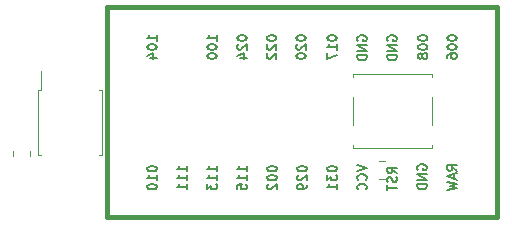
<source format=gbr>
%TF.GenerationSoftware,KiCad,Pcbnew,5.1.8*%
%TF.CreationDate,2020-12-03T05:05:08-06:00*%
%TF.ProjectId,fistion,66697374-696f-46e2-9e6b-696361645f70,rev?*%
%TF.SameCoordinates,Original*%
%TF.FileFunction,Legend,Bot*%
%TF.FilePolarity,Positive*%
%FSLAX46Y46*%
G04 Gerber Fmt 4.6, Leading zero omitted, Abs format (unit mm)*
G04 Created by KiCad (PCBNEW 5.1.8) date 2020-12-03 05:05:08*
%MOMM*%
%LPD*%
G01*
G04 APERTURE LIST*
%ADD10C,0.120000*%
%ADD11C,0.381000*%
%ADD12C,0.150000*%
G04 APERTURE END LIST*
D10*
%TO.C,PUSH1*%
X154250000Y-90500000D02*
X154250000Y-90300000D01*
X154250000Y-84300000D02*
X154250000Y-84500000D01*
X147550000Y-84300000D02*
X147550000Y-84500000D01*
X147550000Y-90500000D02*
X147550000Y-90300000D01*
X147550000Y-88600000D02*
X147550000Y-86200000D01*
X154250000Y-88600000D02*
X154250000Y-86200000D01*
X154250000Y-90500000D02*
X147550000Y-90500000D01*
X147550000Y-84300000D02*
X154250000Y-84300000D01*
%TO.C,R1*%
X150227064Y-91665000D02*
X149772936Y-91665000D01*
X150227064Y-93135000D02*
X149772936Y-93135000D01*
D11*
%TO.C,U1*%
X126760000Y-96410000D02*
X159780000Y-96410000D01*
X126760000Y-78630000D02*
X126760000Y-96410000D01*
X159780000Y-78630000D02*
X126760000Y-78630000D01*
X159780000Y-96410000D02*
X159780000Y-78630000D01*
D10*
%TO.C,R3*%
X120235000Y-91227064D02*
X120235000Y-90772936D01*
X118765000Y-91227064D02*
X118765000Y-90772936D01*
%TO.C,U2*%
X126325000Y-88400000D02*
X126325000Y-91150000D01*
X126325000Y-91150000D02*
X126065000Y-91150000D01*
X126325000Y-88400000D02*
X126325000Y-85650000D01*
X126325000Y-85650000D02*
X126065000Y-85650000D01*
X120875000Y-88400000D02*
X120875000Y-91150000D01*
X120875000Y-91150000D02*
X121135000Y-91150000D01*
X120875000Y-88400000D02*
X120875000Y-85650000D01*
X120875000Y-85650000D02*
X121135000Y-85650000D01*
X121135000Y-85650000D02*
X121135000Y-84000000D01*
%TO.C,U1*%
D12*
X153061904Y-81182810D02*
X153061904Y-81259000D01*
X153100000Y-81335190D01*
X153138095Y-81373286D01*
X153214285Y-81411381D01*
X153366666Y-81449476D01*
X153557142Y-81449476D01*
X153709523Y-81411381D01*
X153785714Y-81373286D01*
X153823809Y-81335190D01*
X153861904Y-81259000D01*
X153861904Y-81182810D01*
X153823809Y-81106619D01*
X153785714Y-81068524D01*
X153709523Y-81030429D01*
X153557142Y-80992333D01*
X153366666Y-80992333D01*
X153214285Y-81030429D01*
X153138095Y-81068524D01*
X153100000Y-81106619D01*
X153061904Y-81182810D01*
X153061904Y-81944714D02*
X153061904Y-82020905D01*
X153100000Y-82097095D01*
X153138095Y-82135190D01*
X153214285Y-82173286D01*
X153366666Y-82211381D01*
X153557142Y-82211381D01*
X153709523Y-82173286D01*
X153785714Y-82135190D01*
X153823809Y-82097095D01*
X153861904Y-82020905D01*
X153861904Y-81944714D01*
X153823809Y-81868524D01*
X153785714Y-81830429D01*
X153709523Y-81792333D01*
X153557142Y-81754238D01*
X153366666Y-81754238D01*
X153214285Y-81792333D01*
X153138095Y-81830429D01*
X153100000Y-81868524D01*
X153061904Y-81944714D01*
X153404761Y-82668524D02*
X153366666Y-82592333D01*
X153328571Y-82554238D01*
X153252380Y-82516143D01*
X153214285Y-82516143D01*
X153138095Y-82554238D01*
X153100000Y-82592333D01*
X153061904Y-82668524D01*
X153061904Y-82820905D01*
X153100000Y-82897095D01*
X153138095Y-82935190D01*
X153214285Y-82973286D01*
X153252380Y-82973286D01*
X153328571Y-82935190D01*
X153366666Y-82897095D01*
X153404761Y-82820905D01*
X153404761Y-82668524D01*
X153442857Y-82592333D01*
X153480952Y-82554238D01*
X153557142Y-82516143D01*
X153709523Y-82516143D01*
X153785714Y-82554238D01*
X153823809Y-82592333D01*
X153861904Y-82668524D01*
X153861904Y-82820905D01*
X153823809Y-82897095D01*
X153785714Y-82935190D01*
X153709523Y-82973286D01*
X153557142Y-82973286D01*
X153480952Y-82935190D01*
X153442857Y-82897095D01*
X153404761Y-82820905D01*
X142761904Y-81182810D02*
X142761904Y-81259000D01*
X142800000Y-81335190D01*
X142838095Y-81373286D01*
X142914285Y-81411381D01*
X143066666Y-81449476D01*
X143257142Y-81449476D01*
X143409523Y-81411381D01*
X143485714Y-81373286D01*
X143523809Y-81335190D01*
X143561904Y-81259000D01*
X143561904Y-81182810D01*
X143523809Y-81106619D01*
X143485714Y-81068524D01*
X143409523Y-81030429D01*
X143257142Y-80992333D01*
X143066666Y-80992333D01*
X142914285Y-81030429D01*
X142838095Y-81068524D01*
X142800000Y-81106619D01*
X142761904Y-81182810D01*
X142838095Y-81754238D02*
X142800000Y-81792333D01*
X142761904Y-81868524D01*
X142761904Y-82059000D01*
X142800000Y-82135190D01*
X142838095Y-82173286D01*
X142914285Y-82211381D01*
X142990476Y-82211381D01*
X143104761Y-82173286D01*
X143561904Y-81716143D01*
X143561904Y-82211381D01*
X142761904Y-82706619D02*
X142761904Y-82782810D01*
X142800000Y-82859000D01*
X142838095Y-82897095D01*
X142914285Y-82935190D01*
X143066666Y-82973286D01*
X143257142Y-82973286D01*
X143409523Y-82935190D01*
X143485714Y-82897095D01*
X143523809Y-82859000D01*
X143561904Y-82782810D01*
X143561904Y-82706619D01*
X143523809Y-82630429D01*
X143485714Y-82592333D01*
X143409523Y-82554238D01*
X143257142Y-82516143D01*
X143066666Y-82516143D01*
X142914285Y-82554238D01*
X142838095Y-82592333D01*
X142800000Y-82630429D01*
X142761904Y-82706619D01*
X145371904Y-81182810D02*
X145371904Y-81259000D01*
X145410000Y-81335190D01*
X145448095Y-81373286D01*
X145524285Y-81411381D01*
X145676666Y-81449476D01*
X145867142Y-81449476D01*
X146019523Y-81411381D01*
X146095714Y-81373286D01*
X146133809Y-81335190D01*
X146171904Y-81259000D01*
X146171904Y-81182810D01*
X146133809Y-81106619D01*
X146095714Y-81068524D01*
X146019523Y-81030429D01*
X145867142Y-80992333D01*
X145676666Y-80992333D01*
X145524285Y-81030429D01*
X145448095Y-81068524D01*
X145410000Y-81106619D01*
X145371904Y-81182810D01*
X146171904Y-82211381D02*
X146171904Y-81754238D01*
X146171904Y-81982810D02*
X145371904Y-81982810D01*
X145486190Y-81906619D01*
X145562380Y-81830429D01*
X145600476Y-81754238D01*
X145371904Y-82478048D02*
X145371904Y-83011381D01*
X146171904Y-82668524D01*
X147950000Y-81449476D02*
X147911904Y-81373285D01*
X147911904Y-81259000D01*
X147950000Y-81144714D01*
X148026190Y-81068523D01*
X148102380Y-81030428D01*
X148254761Y-80992333D01*
X148369047Y-80992333D01*
X148521428Y-81030428D01*
X148597619Y-81068523D01*
X148673809Y-81144714D01*
X148711904Y-81259000D01*
X148711904Y-81335190D01*
X148673809Y-81449476D01*
X148635714Y-81487571D01*
X148369047Y-81487571D01*
X148369047Y-81335190D01*
X148711904Y-81830428D02*
X147911904Y-81830428D01*
X148711904Y-82287571D01*
X147911904Y-82287571D01*
X148711904Y-82668523D02*
X147911904Y-82668523D01*
X147911904Y-82859000D01*
X147950000Y-82973285D01*
X148026190Y-83049476D01*
X148102380Y-83087571D01*
X148254761Y-83125666D01*
X148369047Y-83125666D01*
X148521428Y-83087571D01*
X148597619Y-83049476D01*
X148673809Y-82973285D01*
X148711904Y-82859000D01*
X148711904Y-82668523D01*
X150490000Y-81449476D02*
X150451904Y-81373285D01*
X150451904Y-81259000D01*
X150490000Y-81144714D01*
X150566190Y-81068523D01*
X150642380Y-81030428D01*
X150794761Y-80992333D01*
X150909047Y-80992333D01*
X151061428Y-81030428D01*
X151137619Y-81068523D01*
X151213809Y-81144714D01*
X151251904Y-81259000D01*
X151251904Y-81335190D01*
X151213809Y-81449476D01*
X151175714Y-81487571D01*
X150909047Y-81487571D01*
X150909047Y-81335190D01*
X151251904Y-81830428D02*
X150451904Y-81830428D01*
X151251904Y-82287571D01*
X150451904Y-82287571D01*
X151251904Y-82668523D02*
X150451904Y-82668523D01*
X150451904Y-82859000D01*
X150490000Y-82973285D01*
X150566190Y-83049476D01*
X150642380Y-83087571D01*
X150794761Y-83125666D01*
X150909047Y-83125666D01*
X151061428Y-83087571D01*
X151137619Y-83049476D01*
X151213809Y-82973285D01*
X151251904Y-82859000D01*
X151251904Y-82668523D01*
X140261904Y-81182810D02*
X140261904Y-81259000D01*
X140300000Y-81335190D01*
X140338095Y-81373286D01*
X140414285Y-81411381D01*
X140566666Y-81449476D01*
X140757142Y-81449476D01*
X140909523Y-81411381D01*
X140985714Y-81373286D01*
X141023809Y-81335190D01*
X141061904Y-81259000D01*
X141061904Y-81182810D01*
X141023809Y-81106619D01*
X140985714Y-81068524D01*
X140909523Y-81030429D01*
X140757142Y-80992333D01*
X140566666Y-80992333D01*
X140414285Y-81030429D01*
X140338095Y-81068524D01*
X140300000Y-81106619D01*
X140261904Y-81182810D01*
X140338095Y-81754238D02*
X140300000Y-81792333D01*
X140261904Y-81868524D01*
X140261904Y-82059000D01*
X140300000Y-82135190D01*
X140338095Y-82173286D01*
X140414285Y-82211381D01*
X140490476Y-82211381D01*
X140604761Y-82173286D01*
X141061904Y-81716143D01*
X141061904Y-82211381D01*
X140338095Y-82516143D02*
X140300000Y-82554238D01*
X140261904Y-82630429D01*
X140261904Y-82820905D01*
X140300000Y-82897095D01*
X140338095Y-82935190D01*
X140414285Y-82973286D01*
X140490476Y-82973286D01*
X140604761Y-82935190D01*
X141061904Y-82478048D01*
X141061904Y-82973286D01*
X137761904Y-81182810D02*
X137761904Y-81259000D01*
X137800000Y-81335190D01*
X137838095Y-81373286D01*
X137914285Y-81411381D01*
X138066666Y-81449476D01*
X138257142Y-81449476D01*
X138409523Y-81411381D01*
X138485714Y-81373286D01*
X138523809Y-81335190D01*
X138561904Y-81259000D01*
X138561904Y-81182810D01*
X138523809Y-81106619D01*
X138485714Y-81068524D01*
X138409523Y-81030429D01*
X138257142Y-80992333D01*
X138066666Y-80992333D01*
X137914285Y-81030429D01*
X137838095Y-81068524D01*
X137800000Y-81106619D01*
X137761904Y-81182810D01*
X137838095Y-81754238D02*
X137800000Y-81792333D01*
X137761904Y-81868524D01*
X137761904Y-82059000D01*
X137800000Y-82135190D01*
X137838095Y-82173286D01*
X137914285Y-82211381D01*
X137990476Y-82211381D01*
X138104761Y-82173286D01*
X138561904Y-81716143D01*
X138561904Y-82211381D01*
X138028571Y-82897095D02*
X138561904Y-82897095D01*
X137723809Y-82706619D02*
X138295238Y-82516143D01*
X138295238Y-83011381D01*
X136011904Y-81449476D02*
X136011904Y-80992333D01*
X136011904Y-81220905D02*
X135211904Y-81220905D01*
X135326190Y-81144714D01*
X135402380Y-81068524D01*
X135440476Y-80992333D01*
X135211904Y-81944714D02*
X135211904Y-82020905D01*
X135250000Y-82097095D01*
X135288095Y-82135190D01*
X135364285Y-82173286D01*
X135516666Y-82211381D01*
X135707142Y-82211381D01*
X135859523Y-82173286D01*
X135935714Y-82135190D01*
X135973809Y-82097095D01*
X136011904Y-82020905D01*
X136011904Y-81944714D01*
X135973809Y-81868524D01*
X135935714Y-81830429D01*
X135859523Y-81792333D01*
X135707142Y-81754238D01*
X135516666Y-81754238D01*
X135364285Y-81792333D01*
X135288095Y-81830429D01*
X135250000Y-81868524D01*
X135211904Y-81944714D01*
X135211904Y-82706619D02*
X135211904Y-82782810D01*
X135250000Y-82859000D01*
X135288095Y-82897095D01*
X135364285Y-82935190D01*
X135516666Y-82973286D01*
X135707142Y-82973286D01*
X135859523Y-82935190D01*
X135935714Y-82897095D01*
X135973809Y-82859000D01*
X136011904Y-82782810D01*
X136011904Y-82706619D01*
X135973809Y-82630429D01*
X135935714Y-82592333D01*
X135859523Y-82554238D01*
X135707142Y-82516143D01*
X135516666Y-82516143D01*
X135364285Y-82554238D01*
X135288095Y-82592333D01*
X135250000Y-82630429D01*
X135211904Y-82706619D01*
X130931904Y-81449476D02*
X130931904Y-80992333D01*
X130931904Y-81220905D02*
X130131904Y-81220905D01*
X130246190Y-81144714D01*
X130322380Y-81068524D01*
X130360476Y-80992333D01*
X130131904Y-81944714D02*
X130131904Y-82020905D01*
X130170000Y-82097095D01*
X130208095Y-82135190D01*
X130284285Y-82173286D01*
X130436666Y-82211381D01*
X130627142Y-82211381D01*
X130779523Y-82173286D01*
X130855714Y-82135190D01*
X130893809Y-82097095D01*
X130931904Y-82020905D01*
X130931904Y-81944714D01*
X130893809Y-81868524D01*
X130855714Y-81830429D01*
X130779523Y-81792333D01*
X130627142Y-81754238D01*
X130436666Y-81754238D01*
X130284285Y-81792333D01*
X130208095Y-81830429D01*
X130170000Y-81868524D01*
X130131904Y-81944714D01*
X130398571Y-82897095D02*
X130931904Y-82897095D01*
X130093809Y-82706619D02*
X130665238Y-82516143D01*
X130665238Y-83011381D01*
X133471904Y-92523857D02*
X133471904Y-92066714D01*
X133471904Y-92295286D02*
X132671904Y-92295286D01*
X132786190Y-92219095D01*
X132862380Y-92142905D01*
X132900476Y-92066714D01*
X133471904Y-93285762D02*
X133471904Y-92828619D01*
X133471904Y-93057191D02*
X132671904Y-93057191D01*
X132786190Y-92981000D01*
X132862380Y-92904810D01*
X132900476Y-92828619D01*
X133471904Y-94047667D02*
X133471904Y-93590524D01*
X133471904Y-93819095D02*
X132671904Y-93819095D01*
X132786190Y-93742905D01*
X132862380Y-93666714D01*
X132900476Y-93590524D01*
X136011904Y-92523857D02*
X136011904Y-92066714D01*
X136011904Y-92295286D02*
X135211904Y-92295286D01*
X135326190Y-92219095D01*
X135402380Y-92142905D01*
X135440476Y-92066714D01*
X136011904Y-93285762D02*
X136011904Y-92828619D01*
X136011904Y-93057191D02*
X135211904Y-93057191D01*
X135326190Y-92981000D01*
X135402380Y-92904810D01*
X135440476Y-92828619D01*
X135211904Y-93552429D02*
X135211904Y-94047667D01*
X135516666Y-93781000D01*
X135516666Y-93895286D01*
X135554761Y-93971476D01*
X135592857Y-94009571D01*
X135669047Y-94047667D01*
X135859523Y-94047667D01*
X135935714Y-94009571D01*
X135973809Y-93971476D01*
X136011904Y-93895286D01*
X136011904Y-93666714D01*
X135973809Y-93590524D01*
X135935714Y-93552429D01*
X145371904Y-92257191D02*
X145371904Y-92333381D01*
X145410000Y-92409571D01*
X145448095Y-92447667D01*
X145524285Y-92485762D01*
X145676666Y-92523857D01*
X145867142Y-92523857D01*
X146019523Y-92485762D01*
X146095714Y-92447667D01*
X146133809Y-92409571D01*
X146171904Y-92333381D01*
X146171904Y-92257191D01*
X146133809Y-92181000D01*
X146095714Y-92142905D01*
X146019523Y-92104810D01*
X145867142Y-92066714D01*
X145676666Y-92066714D01*
X145524285Y-92104810D01*
X145448095Y-92142905D01*
X145410000Y-92181000D01*
X145371904Y-92257191D01*
X145371904Y-92790524D02*
X145371904Y-93285762D01*
X145676666Y-93019095D01*
X145676666Y-93133381D01*
X145714761Y-93209571D01*
X145752857Y-93247667D01*
X145829047Y-93285762D01*
X146019523Y-93285762D01*
X146095714Y-93247667D01*
X146133809Y-93209571D01*
X146171904Y-93133381D01*
X146171904Y-92904810D01*
X146133809Y-92828619D01*
X146095714Y-92790524D01*
X146171904Y-94047667D02*
X146171904Y-93590524D01*
X146171904Y-93819095D02*
X145371904Y-93819095D01*
X145486190Y-93742905D01*
X145562380Y-93666714D01*
X145600476Y-93590524D01*
X147911904Y-91990524D02*
X148711904Y-92257191D01*
X147911904Y-92523857D01*
X148635714Y-93247667D02*
X148673809Y-93209571D01*
X148711904Y-93095286D01*
X148711904Y-93019095D01*
X148673809Y-92904810D01*
X148597619Y-92828619D01*
X148521428Y-92790524D01*
X148369047Y-92752429D01*
X148254761Y-92752429D01*
X148102380Y-92790524D01*
X148026190Y-92828619D01*
X147950000Y-92904810D01*
X147911904Y-93019095D01*
X147911904Y-93095286D01*
X147950000Y-93209571D01*
X147988095Y-93247667D01*
X148635714Y-94047667D02*
X148673809Y-94009571D01*
X148711904Y-93895286D01*
X148711904Y-93819095D01*
X148673809Y-93704810D01*
X148597619Y-93628619D01*
X148521428Y-93590524D01*
X148369047Y-93552429D01*
X148254761Y-93552429D01*
X148102380Y-93590524D01*
X148026190Y-93628619D01*
X147950000Y-93704810D01*
X147911904Y-93819095D01*
X147911904Y-93895286D01*
X147950000Y-94009571D01*
X147988095Y-94047667D01*
X153030000Y-92365143D02*
X152991904Y-92288952D01*
X152991904Y-92174667D01*
X153030000Y-92060381D01*
X153106190Y-91984190D01*
X153182380Y-91946095D01*
X153334761Y-91908000D01*
X153449047Y-91908000D01*
X153601428Y-91946095D01*
X153677619Y-91984190D01*
X153753809Y-92060381D01*
X153791904Y-92174667D01*
X153791904Y-92250857D01*
X153753809Y-92365143D01*
X153715714Y-92403238D01*
X153449047Y-92403238D01*
X153449047Y-92250857D01*
X153791904Y-92746095D02*
X152991904Y-92746095D01*
X153791904Y-93203238D01*
X152991904Y-93203238D01*
X153791904Y-93584190D02*
X152991904Y-93584190D01*
X152991904Y-93774667D01*
X153030000Y-93888952D01*
X153106190Y-93965143D01*
X153182380Y-94003238D01*
X153334761Y-94041333D01*
X153449047Y-94041333D01*
X153601428Y-94003238D01*
X153677619Y-93965143D01*
X153753809Y-93888952D01*
X153791904Y-93774667D01*
X153791904Y-93584190D01*
X156331904Y-92441334D02*
X155950952Y-92174667D01*
X156331904Y-91984191D02*
X155531904Y-91984191D01*
X155531904Y-92288953D01*
X155570000Y-92365143D01*
X155608095Y-92403238D01*
X155684285Y-92441334D01*
X155798571Y-92441334D01*
X155874761Y-92403238D01*
X155912857Y-92365143D01*
X155950952Y-92288953D01*
X155950952Y-91984191D01*
X156103333Y-92746095D02*
X156103333Y-93127048D01*
X156331904Y-92669905D02*
X155531904Y-92936572D01*
X156331904Y-93203238D01*
X155531904Y-93393715D02*
X156331904Y-93584191D01*
X155760476Y-93736572D01*
X156331904Y-93888953D01*
X155531904Y-94079429D01*
X142831904Y-92257191D02*
X142831904Y-92333381D01*
X142870000Y-92409571D01*
X142908095Y-92447667D01*
X142984285Y-92485762D01*
X143136666Y-92523857D01*
X143327142Y-92523857D01*
X143479523Y-92485762D01*
X143555714Y-92447667D01*
X143593809Y-92409571D01*
X143631904Y-92333381D01*
X143631904Y-92257191D01*
X143593809Y-92181000D01*
X143555714Y-92142905D01*
X143479523Y-92104810D01*
X143327142Y-92066714D01*
X143136666Y-92066714D01*
X142984285Y-92104810D01*
X142908095Y-92142905D01*
X142870000Y-92181000D01*
X142831904Y-92257191D01*
X142908095Y-92828619D02*
X142870000Y-92866714D01*
X142831904Y-92942905D01*
X142831904Y-93133381D01*
X142870000Y-93209571D01*
X142908095Y-93247667D01*
X142984285Y-93285762D01*
X143060476Y-93285762D01*
X143174761Y-93247667D01*
X143631904Y-92790524D01*
X143631904Y-93285762D01*
X143631904Y-93666714D02*
X143631904Y-93819095D01*
X143593809Y-93895286D01*
X143555714Y-93933381D01*
X143441428Y-94009571D01*
X143289047Y-94047667D01*
X142984285Y-94047667D01*
X142908095Y-94009571D01*
X142870000Y-93971476D01*
X142831904Y-93895286D01*
X142831904Y-93742905D01*
X142870000Y-93666714D01*
X142908095Y-93628619D01*
X142984285Y-93590524D01*
X143174761Y-93590524D01*
X143250952Y-93628619D01*
X143289047Y-93666714D01*
X143327142Y-93742905D01*
X143327142Y-93895286D01*
X143289047Y-93971476D01*
X143250952Y-94009571D01*
X143174761Y-94047667D01*
X140291904Y-92257191D02*
X140291904Y-92333381D01*
X140330000Y-92409571D01*
X140368095Y-92447667D01*
X140444285Y-92485762D01*
X140596666Y-92523857D01*
X140787142Y-92523857D01*
X140939523Y-92485762D01*
X141015714Y-92447667D01*
X141053809Y-92409571D01*
X141091904Y-92333381D01*
X141091904Y-92257191D01*
X141053809Y-92181000D01*
X141015714Y-92142905D01*
X140939523Y-92104810D01*
X140787142Y-92066714D01*
X140596666Y-92066714D01*
X140444285Y-92104810D01*
X140368095Y-92142905D01*
X140330000Y-92181000D01*
X140291904Y-92257191D01*
X140291904Y-93019095D02*
X140291904Y-93095286D01*
X140330000Y-93171476D01*
X140368095Y-93209571D01*
X140444285Y-93247667D01*
X140596666Y-93285762D01*
X140787142Y-93285762D01*
X140939523Y-93247667D01*
X141015714Y-93209571D01*
X141053809Y-93171476D01*
X141091904Y-93095286D01*
X141091904Y-93019095D01*
X141053809Y-92942905D01*
X141015714Y-92904810D01*
X140939523Y-92866714D01*
X140787142Y-92828619D01*
X140596666Y-92828619D01*
X140444285Y-92866714D01*
X140368095Y-92904810D01*
X140330000Y-92942905D01*
X140291904Y-93019095D01*
X140368095Y-93590524D02*
X140330000Y-93628619D01*
X140291904Y-93704810D01*
X140291904Y-93895286D01*
X140330000Y-93971476D01*
X140368095Y-94009571D01*
X140444285Y-94047667D01*
X140520476Y-94047667D01*
X140634761Y-94009571D01*
X141091904Y-93552429D01*
X141091904Y-94047667D01*
X138551904Y-92523857D02*
X138551904Y-92066714D01*
X138551904Y-92295286D02*
X137751904Y-92295286D01*
X137866190Y-92219095D01*
X137942380Y-92142905D01*
X137980476Y-92066714D01*
X138551904Y-93285762D02*
X138551904Y-92828619D01*
X138551904Y-93057191D02*
X137751904Y-93057191D01*
X137866190Y-92981000D01*
X137942380Y-92904810D01*
X137980476Y-92828619D01*
X137751904Y-94009571D02*
X137751904Y-93628619D01*
X138132857Y-93590524D01*
X138094761Y-93628619D01*
X138056666Y-93704810D01*
X138056666Y-93895286D01*
X138094761Y-93971476D01*
X138132857Y-94009571D01*
X138209047Y-94047667D01*
X138399523Y-94047667D01*
X138475714Y-94009571D01*
X138513809Y-93971476D01*
X138551904Y-93895286D01*
X138551904Y-93704810D01*
X138513809Y-93628619D01*
X138475714Y-93590524D01*
X130131904Y-92257191D02*
X130131904Y-92333381D01*
X130170000Y-92409571D01*
X130208095Y-92447667D01*
X130284285Y-92485762D01*
X130436666Y-92523857D01*
X130627142Y-92523857D01*
X130779523Y-92485762D01*
X130855714Y-92447667D01*
X130893809Y-92409571D01*
X130931904Y-92333381D01*
X130931904Y-92257191D01*
X130893809Y-92181000D01*
X130855714Y-92142905D01*
X130779523Y-92104810D01*
X130627142Y-92066714D01*
X130436666Y-92066714D01*
X130284285Y-92104810D01*
X130208095Y-92142905D01*
X130170000Y-92181000D01*
X130131904Y-92257191D01*
X130931904Y-93285762D02*
X130931904Y-92828619D01*
X130931904Y-93057191D02*
X130131904Y-93057191D01*
X130246190Y-92981000D01*
X130322380Y-92904810D01*
X130360476Y-92828619D01*
X130131904Y-93781000D02*
X130131904Y-93857191D01*
X130170000Y-93933381D01*
X130208095Y-93971476D01*
X130284285Y-94009571D01*
X130436666Y-94047667D01*
X130627142Y-94047667D01*
X130779523Y-94009571D01*
X130855714Y-93971476D01*
X130893809Y-93933381D01*
X130931904Y-93857191D01*
X130931904Y-93781000D01*
X130893809Y-93704810D01*
X130855714Y-93666714D01*
X130779523Y-93628619D01*
X130627142Y-93590524D01*
X130436666Y-93590524D01*
X130284285Y-93628619D01*
X130208095Y-93666714D01*
X130170000Y-93704810D01*
X130131904Y-93781000D01*
X155531904Y-81182810D02*
X155531904Y-81259000D01*
X155570000Y-81335190D01*
X155608095Y-81373286D01*
X155684285Y-81411381D01*
X155836666Y-81449476D01*
X156027142Y-81449476D01*
X156179523Y-81411381D01*
X156255714Y-81373286D01*
X156293809Y-81335190D01*
X156331904Y-81259000D01*
X156331904Y-81182810D01*
X156293809Y-81106619D01*
X156255714Y-81068524D01*
X156179523Y-81030429D01*
X156027142Y-80992333D01*
X155836666Y-80992333D01*
X155684285Y-81030429D01*
X155608095Y-81068524D01*
X155570000Y-81106619D01*
X155531904Y-81182810D01*
X155531904Y-81944714D02*
X155531904Y-82020905D01*
X155570000Y-82097095D01*
X155608095Y-82135190D01*
X155684285Y-82173286D01*
X155836666Y-82211381D01*
X156027142Y-82211381D01*
X156179523Y-82173286D01*
X156255714Y-82135190D01*
X156293809Y-82097095D01*
X156331904Y-82020905D01*
X156331904Y-81944714D01*
X156293809Y-81868524D01*
X156255714Y-81830429D01*
X156179523Y-81792333D01*
X156027142Y-81754238D01*
X155836666Y-81754238D01*
X155684285Y-81792333D01*
X155608095Y-81830429D01*
X155570000Y-81868524D01*
X155531904Y-81944714D01*
X155531904Y-82897095D02*
X155531904Y-82744714D01*
X155570000Y-82668524D01*
X155608095Y-82630429D01*
X155722380Y-82554238D01*
X155874761Y-82516143D01*
X156179523Y-82516143D01*
X156255714Y-82554238D01*
X156293809Y-82592333D01*
X156331904Y-82668524D01*
X156331904Y-82820905D01*
X156293809Y-82897095D01*
X156255714Y-82935190D01*
X156179523Y-82973286D01*
X155989047Y-82973286D01*
X155912857Y-82935190D01*
X155874761Y-82897095D01*
X155836666Y-82820905D01*
X155836666Y-82668524D01*
X155874761Y-82592333D01*
X155912857Y-82554238D01*
X155989047Y-82516143D01*
X151251904Y-92669904D02*
X150870952Y-92403238D01*
X151251904Y-92212761D02*
X150451904Y-92212761D01*
X150451904Y-92517523D01*
X150490000Y-92593714D01*
X150528095Y-92631809D01*
X150604285Y-92669904D01*
X150718571Y-92669904D01*
X150794761Y-92631809D01*
X150832857Y-92593714D01*
X150870952Y-92517523D01*
X150870952Y-92212761D01*
X151213809Y-92974666D02*
X151251904Y-93088952D01*
X151251904Y-93279428D01*
X151213809Y-93355619D01*
X151175714Y-93393714D01*
X151099523Y-93431809D01*
X151023333Y-93431809D01*
X150947142Y-93393714D01*
X150909047Y-93355619D01*
X150870952Y-93279428D01*
X150832857Y-93127047D01*
X150794761Y-93050857D01*
X150756666Y-93012761D01*
X150680476Y-92974666D01*
X150604285Y-92974666D01*
X150528095Y-93012761D01*
X150490000Y-93050857D01*
X150451904Y-93127047D01*
X150451904Y-93317523D01*
X150490000Y-93431809D01*
X150451904Y-93660380D02*
X150451904Y-94117523D01*
X151251904Y-93888952D02*
X150451904Y-93888952D01*
%TD*%
M02*

</source>
